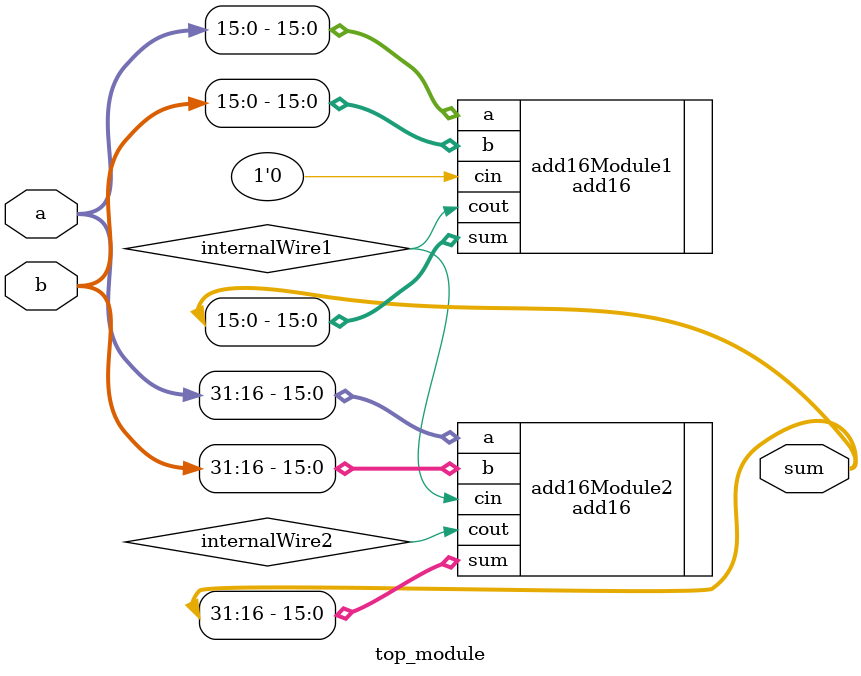
<source format=v>
module top_module(
    input [31:0] a,
    input [31:0] b,
    output [31:0] sum
);
    wire internalWire1, internalWire2;
    add16 add16Module1(.a(a[15:0]), .b(b[15:0]), .cin(1'b0), .sum(sum[15:0]), .cout(internalWire1));
    add16 add16Module2(.a(a[31:16]), .b(b[31:16]), .cin(internalWire1), .cout(internalWire2), .sum(sum[31:16]));
endmodule

</source>
